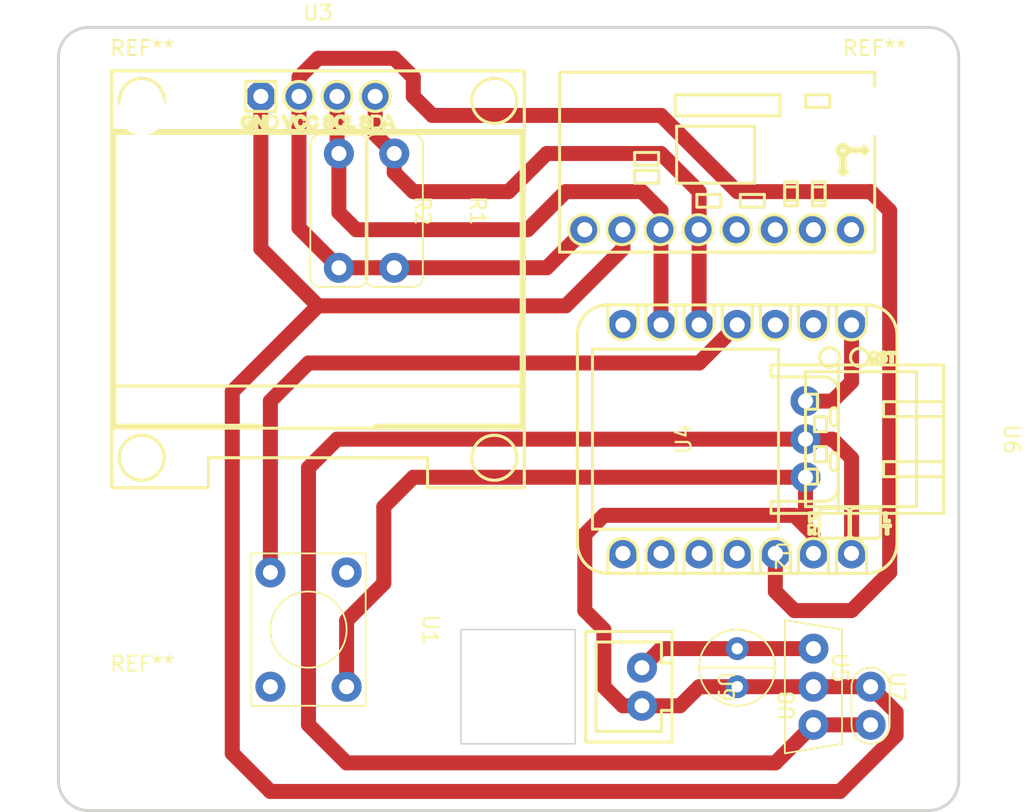
<source format=kicad_pcb>
(kicad_pcb (version 20211014) (generator pcbnew)
  (layers (0 "F.Cu" signal) (31 "B.Cu" signal) (34 "B.Paste" user) (35 "F.Paste" user) (36 "B.SilkS" user "B.Silkscreen") (37 "F.SilkS" user "F.Silkscreen") (38 "B.Mask" user) (39 "F.Mask" user) (44 "Edge.Cuts" user))
  (net 0 "")
  (net 1 "SDA")
  (net 2 "+5V")
  (net 3 "SCL")
  (net 5 "GND")
  (net 6 "D3")
  (net 12 "+3V3")
  (net 13 "DAC_OUT")
  (net 14 "+9V")
  (footprint "自分のフットプリント:BNO055V2" (layer "F.Cu") (at 51.734214 19.984214 180)
    (fp_text reference "U2" (at 2.04 -16.685 270 unlocked) (layer "F.SilkS"))
    (fp_text value "BNO055V2")
    (pad "1" thru_hole circle (at -2.54 5.08 180) (size 2 2) (drill 1) (layers *.Mask "F.Cu" "In1.Cu" "B.Cu"))
    (pad "2" thru_hole circle (at 0 5.08 180) (size 2 2) (drill 1) (layers *.Cu *.Mask))
    (pad "3" thru_hole circle (at 2.54 5.08 180) (size 2 2) (drill 1) (layers *.Cu *.Mask))
    (pad "4" thru_hole circle (at 5.08 5.08 180) (size 2 2) (drill 1) (layers *.Cu *.Mask))
    (pad "5" thru_hole circle (at 7.62 5.08 180) (size 2 2) (drill 1) (layers *.Cu *.Mask) (net 1 "SDA"))
    (pad "6" thru_hole circle (at 10.16 5.08 180) (size 2 2) (drill 1) (layers *.Cu *.Mask) (net 3 "SCL"))
    (pad "7" thru_hole circle (at 12.7 5.08 180) (size 2 2) (drill 1) (layers *.Cu *.Mask) (net 5 "GND"))
    (pad "8" thru_hole circle (at 15.24 5.08 180) (size 2 2) (drill 1) (layers *.Cu *.Mask) (net 12 "+3V3"))
  )
  (footprint "自分のフットプリント:電解コンデンサー" (layer "F.Cu") (at 53.004214 44.114214 -90)
    (fp_text reference "U5" (at 0 -0.5 -90 unlocked) (layer "F.SilkS"))
    (fp_text value "電解コンデンサー")
    (pad "1" thru_hole circle (at -1.27 6.35 270) (size 1.524 1.524) (drill 0.762) (layers *.Cu *.Mask) (net 14 "+9V"))
    (pad "2" thru_hole circle (at 1.27 6.35 270) (size 1.524 1.524) (drill 0.762) (layers *.Cu *.Mask) (net 5 "GND"))
  )
  (footprint "自分のフットプリント:L字コネクター3ピン" (layer "F.Cu") (at 43.584214 28.874214 90)
    (fp_text reference "U4" (at 0 -0.5 90 unlocked) (layer "F.SilkS"))
    (fp_text value "コネクター3ピン")
    (pad "1" thru_hole circle (at -2.54 7.62 270) (size 2 2) (drill 1) (layers *.Cu *.Mask) (net 5 "GND"))
    (pad "2" thru_hole circle (at 0 7.62 270) (size 2 2) (drill 1) (layers *.Cu *.Mask) (net 2 "+5V"))
    (pad "3" thru_hole circle (at 2.54 7.62 270) (size 2 2) (drill 1) (layers *.Cu *.Mask) (net 13 "DAC_OUT"))
  )
  (footprint "自分のフットプリント:タクトスイッチ" (layer "F.Cu") (at 25.699214 41.574214 -90)
    (fp_text reference "U1" (at 0 -0.5 -90 unlocked) (layer "F.SilkS"))
    (fp_text value "タクトスイッチ")
    (pad "1" thru_hole circle (at -3.81 5.08 270) (size 2 2) (drill 1) (layers *.Mask "F.Cu" "In1.Cu" "B.Cu"))
    (pad "2" thru_hole circle (at 3.81 5.08 270) (size 2 2) (drill 1) (layers *.Mask "F.Cu" "In1.Cu" "B.Cu") (net 5 "GND"))
    (pad "3" thru_hole circle (at -3.81 10.16 270) (size 2 2) (drill 1) (layers *.Mask "F.Cu" "In1.Cu" "B.Cu") (net 6 "D3"))
    (pad "4" thru_hole circle (at 3.81 10.16 270) (size 2 2) (drill 1) (layers *.Mask "F.Cu" "In1.Cu" "B.Cu"))
  )
  (footprint "自分のフットプリント:セラミックコンデンサー" (layer "F.Cu") (at 50.464214 46.654214 90)
    (fp_text reference "U8" (at 0 -0.5 90 unlocked) (layer "F.SilkS"))
    (fp_text value "セラミックコンデンサー")
    (pad "1" thru_hole circle (at -1.27 5.08 90) (size 2 2) (drill 1) (layers *.Cu *.Mask) (net 2 "+5V"))
    (pad "2" thru_hole circle (at 1.27 5.08 90) (size 2 2) (drill 1) (layers *.Cu *.Mask) (net 5 "GND"))
  )
  (footprint "自分のフットプリント:コネクター2ピン" (layer "F.Cu") (at 45.384214 45.384214 -90)
    (fp_text reference "U9" (at 0 -0.5 -90 unlocked) (layer "F.SilkS"))
    (fp_text value "コネクター2ピン")
    (pad "1" thru_hole circle (at -1.27 5.08 270) (size 2 2) (drill 1) (layers *.Mask "F.Cu" "In1.Cu" "B.Cu") (net 14 "+9V"))
    (pad "2" thru_hole circle (at 1.27 5.08 270) (size 2 2) (drill 1) (layers *.Mask "F.Cu" "In1.Cu" "B.Cu") (net 5 "GND"))
  )
  (footprint "自分のフットプリント:3端子レギュレーター" (layer "F.Cu") (at 56.814214 45.384214 -90)
    (fp_text reference "U7" (at 0 -0.5 -90 unlocked) (layer "F.SilkS"))
    (fp_text value "3端子レギュレタ")
    (pad "1" thru_hole circle (at -2.54 5.08 270) (size 2 2) (drill 1) (layers *.Cu *.Mask) (net 14 "+9V"))
    (pad "2" thru_hole circle (at 0 5.08 270) (size 2 2) (drill 1) (layers *.Cu *.Mask) (net 5 "GND"))
    (pad "3" thru_hole circle (at 2.54 5.08 270) (size 2 2) (drill 1) (layers *.Cu *.Mask) (net 2 "+5V"))
  )
  (footprint "MountingHole:MountingHole_3.2mm_M3" (layer "F.Cu") (at 7 48.053428)
    (fp_text reference "REF**" (at 0 -4.2) (layer "F.SilkS"))
    (fp_text value "MountingHole_3.2mm_M3")
    (pad "" np_thru_hole circle (at 0 0) (size 3.2 3.2) (drill 3.2) (layers F&B.Cu *.Mask))
  )
  (footprint "自分のフットプリント:抵抗" (layer "F.Cu") (at 28.874214 13.634214 -90)
    (fp_text reference "R1" (at 0 -0.5 -90 unlocked) (layer "F.SilkS"))
    (fp_text value "10K")
    (pad "1" thru_hole circle (at -3.81 5.08 270) (size 2 2) (drill 1) (layers *.Cu *.Mask) (net 1 "SDA"))
    (pad "2" thru_hole circle (at 3.81 5.08 270) (size 2 2) (drill 1) (layers *.Cu *.Mask) (net 12 "+3V3"))
  )
  (footprint "自分のフットプリント:SSD1306" (layer "F.Cu") (at 18.714214 0.934214)
    (fp_text reference "U3" (at 0 -0.5 unlocked) (layer "F.SilkS"))
    (fp_text value "SSD1306")
    (pad "1" thru_hole circle (at -3.81 5.08) (size 2 2) (drill 1) (layers *.Mask "F.Cu" "In1.Cu" "B.Cu") (net 5 "GND"))
    (pad "2" thru_hole circle (at -1.27 5.08) (size 2 2) (drill 1) (layers *.Cu *.Mask) (net 12 "+3V3"))
    (pad "3" thru_hole circle (at 1.27 5.08) (size 2 2) (drill 1) (layers *.Cu *.Mask) (net 3 "SCL"))
    (pad "4" thru_hole circle (at 3.81 5.08) (size 2 2) (drill 1) (layers *.Cu *.Mask) (net 1 "SDA"))
  )
  (footprint "MountingHole:MountingHole_3.2mm_M3" (layer "F.Cu") (at 7 7)
    (fp_text reference "REF**" (at 0 -4.2) (layer "F.SilkS"))
    (fp_text value "MountingHole_3.2mm_M3")
    (pad "" np_thru_hole circle (at 0 0) (size 3.2 3.2) (drill 3.2) (layers *.Cu *.Mask))
  )
  (footprint "自分のフットプリント:seeeduino-xiaoマイコン" (layer "F.Cu") (at 64.434214 28.874214 -90)
    (fp_text reference "U6" (at 0 -0.5 -90 unlocked) (layer "F.SilkS"))
    (fp_text value "seeeduino-xiaoマイコン")
    (pad "1" thru_hole circle (at 7.62 10.16 270) (size 2 2) (drill 1) (layers *.Cu *.Mask) (net 2 "+5V"))
    (pad "2" thru_hole circle (at 7.62 12.7 270) (size 2 2) (drill 1) (layers *.Cu *.Mask) (net 5 "GND"))
    (pad "3" thru_hole circle (at 7.62 15.24 270) (size 2 2) (drill 1) (layers *.Cu *.Mask) (net 12 "+3V3"))
    (pad "4" thru_hole circle (at -7.62 10.16 270) (size 2 2) (drill 1) (layers *.Cu *.Mask) (net 13 "DAC_OUT"))
    (pad "5" thru_hole circle (at -7.62 12.7 270) (size 2 2) (drill 1) (layers *.Cu *.Mask))
    (pad "6" thru_hole circle (at -7.62 15.24 270) (size 2 2) (drill 1) (layers *.Cu *.Mask))
    (pad "7" thru_hole circle (at -7.62 17.78 270) (size 2 2) (drill 1) (layers *.Cu *.Mask) (net 6 "D3"))
    (pad "8" thru_hole circle (at -7.62 20.32 270) (size 2 2) (drill 1) (layers *.Cu *.Mask) (net 1 "SDA"))
    (pad "9" thru_hole circle (at -7.62 22.86 270) (size 2 2) (drill 1) (layers *.Cu *.Mask) (net 3 "SCL"))
    (pad "10" thru_hole circle (at -7.62 25.4 270) (size 2 2) (drill 1) (layers *.Cu *.Mask))
    (pad "11" thru_hole circle (at 7.62 25.4 270) (size 2 2) (drill 1) (layers *.Cu *.Mask))
    (pad "12" thru_hole circle (at 7.62 22.86 270) (size 2 2) (drill 1) (layers *.Cu *.Mask))
    (pad "13" thru_hole circle (at 7.62 20.32 270) (size 2 2) (drill 1) (layers *.Cu *.Mask))
    (pad "14" thru_hole circle (at 7.62 17.78 270) (size 2 2) (drill 1) (layers *.Cu *.Mask))
  )
  (footprint "MountingHole:MountingHole_3.2mm_M3" (layer "F.Cu") (at 55.828428 7)
    (fp_text reference "REF**" (at 0 -4.2) (layer "F.SilkS"))
    (fp_text value "MountingHole_3.2mm_M3")
    (pad "" np_thru_hole circle (at 0 0) (size 3.2 3.2) (drill 3.2) (layers F&B.Cu *.Mask))
  )
  (footprint "自分のフットプリント:抵抗" (layer "F.Cu") (at 25.185005 13.634214 -90)
    (fp_text reference "R2" (at 0 -0.5 -90 unlocked) (layer "F.SilkS"))
    (fp_text value "10K")
    (pad "1" thru_hole circle (at -3.81 5.08 270) (size 2 2) (drill 1) (layers *.Cu *.Mask) (net 3 "SCL"))
    (pad "2" thru_hole circle (at 3.81 5.08 270) (size 2 2) (drill 1) (layers *.Cu *.Mask) (net 12 "+3V3"))
  )
  (gr_line (start 61.414214 51.639214) (end 61.414214 3.414214) (layer "Edge.Cuts") (width 0.2))
  (gr_line (start 1.414214 3.414214) (end 1.414214 51.639214) (layer "Edge.Cuts") (width 0.2))
  (gr_arc (start 1.414214 3.414214) (mid 2 2) (end 3.414214 1.414214) (layer "Edge.Cuts") (width 0.2))
  (gr_arc (start 59.414214 1.414214) (mid 60.828428 2) (end 61.414214 3.414214) (layer "Edge.Cuts") (width 0.2))
  (gr_line (start 3.414214 53.639214) (end 59.414214 53.639214) (layer "Edge.Cuts") (width 0.2))
  (gr_rect (start 35.859214 41.574214) (end 28.239214 49.194214) (layer "Edge.Cuts") (width 0.1) (fill none))
  (gr_line (start 59.414214 1.414214) (end 3.414214 1.414214) (layer "Edge.Cuts") (width 0.2))
  (gr_arc (start 61.414214 51.639214) (mid 60.828428 53.053428) (end 59.414214 53.639214) (layer "Edge.Cuts") (width 0.2))
  (gr_arc (start 3.414214 53.639214) (mid 2 53.053428) (end 1.414214 51.639214) (layer "Edge.Cuts") (width 0.2))
  (segment (start 25.064214 12.364214) (end 23.794214 11.094214) (width 1) (layer "F.Cu") (net 1))
  (segment (start 44.114214 14.904214) (end 44.114214 12.364214) (width 1) (layer "F.Cu") (net 1))
  (segment (start 31.414214 12.364214) (end 25.064214 12.364214) (width 1) (layer "F.Cu") (net 1))
  (segment (start 41.574214 9.824214) (end 33.954214 9.824214) (width 1) (layer "F.Cu") (net 1))
  (segment (start 44.114214 21.254214) (end 44.114214 14.904214) (width 1) (layer "F.Cu") (net 1))
  (segment (start 23.794214 11.094214) (end 23.794214 9.824214) (width 1) (layer "F.Cu") (net 1))
  (segment (start 44.114214 12.364214) (end 41.574214 9.824214) (width 1) (layer "F.Cu") (net 1))
  (segment (start 22.524214 6.014214) (end 22.524214 8.554214) (width 1) (layer "F.Cu") (net 1))
  (segment (start 33.954214 9.824214) (end 31.414214 12.364214) (width 1) (layer "F.Cu") (net 1))
  (segment (start 22.524214 8.554214) (end 23.794214 9.824214) (width 1) (layer "F.Cu") (net 1))
  (segment (start 51.204214 28.874214) (end 19.984214 28.874214) (width 1) (layer "F.Cu") (net 2))
  (segment (start 53.004214 28.874214) (end 54.274214 30.144214) (width 1) (layer "F.Cu") (net 2))
  (segment (start 19.984214 28.874214) (end 18.079214 30.779214) (width 1) (layer "F.Cu") (net 2))
  (segment (start 51.204214 28.874214) (end 53.004214 28.874214) (width 1) (layer "F.Cu") (net 2))
  (segment (start 54.274214 30.144214) (end 54.274214 36.494214) (width 1) (layer "F.Cu") (net 2))
  (segment (start 51.734214 47.924214) (end 55.544214 47.924214) (width 1) (layer "F.Cu") (net 2))
  (segment (start 49.194214 50.464214) (end 51.734214 47.924214) (width 1) (layer "F.Cu") (net 2))
  (segment (start 18.079214 47.924214) (end 20.619214 50.464214) (width 1) (layer "F.Cu") (net 2))
  (segment (start 20.619214 50.464214) (end 49.194214 50.464214) (width 1) (layer "F.Cu") (net 2))
  (segment (start 18.079214 30.779214) (end 18.079214 47.924214) (width 1) (layer "F.Cu") (net 2))
  (segment (start 41.574214 14.904214) (end 41.574214 21.254214) (width 1) (layer "F.Cu") (net 3))
  (segment (start 32.684214 14.904214) (end 35.224214 12.364214) (width 1) (layer "F.Cu") (net 3))
  (segment (start 19.984214 9.703423) (end 20.105005 9.824214) (width 1) (layer "F.Cu") (net 3))
  (segment (start 41.574214 13.634214) (end 41.574214 14.904214) (width 1) (layer "F.Cu") (net 3))
  (segment (start 21.254214 14.904214) (end 32.684214 14.904214) (width 1) (layer "F.Cu") (net 3))
  (segment (start 19.984214 6.014214) (end 19.984214 9.703423) (width 1) (layer "F.Cu") (net 3))
  (segment (start 40.304214 12.364214) (end 41.574214 13.634214) (width 1) (layer "F.Cu") (net 3))
  (segment (start 20.105005 9.824214) (end 20.105005 13.755005) (width 1) (layer "F.Cu") (net 3))
  (segment (start 35.224214 12.364214) (end 40.304214 12.364214) (width 1) (layer "F.Cu") (net 3))
  (segment (start 20.105005 13.755005) (end 21.254214 14.904214) (width 1) (layer "F.Cu") (net 3))
  (segment (start 51.204214 34.694214) (end 51.734214 35.224214) (width 1) (layer "F.Cu") (net 5))
  (segment (start 40.304214 46.654214) (end 39.034214 46.654214) (width 1) (layer "F.Cu") (net 5))
  (segment (start 15.539214 52.369214) (end 12.999214 49.829214) (width 1) (layer "F.Cu") (net 5))
  (segment (start 53.503378 52.369214) (end 15.539214 52.369214) (width 1) (layer "F.Cu") (net 5))
  (segment (start 50.464214 33.954214) (end 51.204214 34.694214) (width 1) (layer "F.Cu") (net 5))
  (segment (start 14.904214 6.014214) (end 14.904214 16.174214) (width 1) (layer "F.Cu") (net 5))
  (segment (start 12.999214 25.699214) (end 18.714214 19.984214) (width 1) (layer "F.Cu") (net 5))
  (segment (start 39.034214 46.654214) (end 37.764214 45.384214) (width 1) (layer "F.Cu") (net 5))
  (segment (start 12.999214 49.829214) (end 12.999214 25.699214) (width 1) (layer "F.Cu") (net 5))
  (segment (start 51.734214 35.224214) (end 51.734214 36.494214) (width 1) (layer "F.Cu") (net 5))
  (segment (start 20.619214 40.970464) (end 23.096714 38.492964) (width 1) (layer "F.Cu") (net 5))
  (segment (start 57.244214 47.084214) (end 57.244214 48.628378) (width 1) (layer "F.Cu") (net 5))
  (segment (start 18.714214 19.984214) (end 35.224214 19.984214) (width 1) (layer "F.Cu") (net 5))
  (segment (start 36.494214 40.304214) (end 36.494214 35.224214) (width 1) (layer "F.Cu") (net 5))
  (segment (start 42.844214 46.654214) (end 40.304214 46.654214) (width 1) (layer "F.Cu") (net 5))
  (segment (start 55.544214 45.384214) (end 57.244214 47.084214) (width 1) (layer "F.Cu") (net 5))
  (segment (start 36.494214 35.224214) (end 37.764214 33.954214) (width 1) (layer "F.Cu") (net 5))
  (segment (start 23.096714 38.492964) (end 23.096714 33.381714) (width 1) (layer "F.Cu") (net 5))
  (segment (start 37.764214 41.574214) (end 36.494214 40.304214) (width 1) (layer "F.Cu") (net 5))
  (segment (start 37.764214 45.384214) (end 37.764214 41.574214) (width 1) (layer "F.Cu") (net 5))
  (segment (start 55.544214 45.384214) (end 44.114214 45.384214) (width 1) (layer "F.Cu") (net 5))
  (segment (start 51.204214 31.414214) (end 51.204214 34.694214) (width 1) (layer "F.Cu") (net 5))
  (segment (start 14.904214 16.174214) (end 18.714214 19.984214) (width 1) (layer "F.Cu") (net 5))
  (segment (start 35.224214 19.984214) (end 39.034214 16.174214) (width 1) (layer "F.Cu") (net 5))
  (segment (start 25.064214 31.414214) (end 51.204214 31.414214) (width 1) (layer "F.Cu") (net 5))
  (segment (start 57.244214 48.628378) (end 53.503378 52.369214) (width 1) (layer "F.Cu") (net 5))
  (segment (start 39.034214 16.174214) (end 39.034214 14.904214) (width 1) (layer "F.Cu") (net 5))
  (segment (start 23.096714 33.381714) (end 25.064214 31.414214) (width 1) (layer "F.Cu") (net 5))
  (segment (start 37.764214 33.954214) (end 50.464214 33.954214) (width 1) (layer "F.Cu") (net 5))
  (segment (start 20.619214 45.384214) (end 20.619214 40.970464) (width 1) (layer "F.Cu") (net 5))
  (segment (start 44.114214 45.384214) (end 42.844214 46.654214) (width 1) (layer "F.Cu") (net 5))
  (segment (start 44.114214 23.794214) (end 46.654214 21.254214) (width 1) (layer "F.Cu") (net 6))
  (segment (start 18.079214 23.794214) (end 44.114214 23.794214) (width 1) (layer "F.Cu") (net 6))
  (segment (start 15.539214 37.764214) (end 15.539214 26.334214) (width 1) (layer "F.Cu") (net 6))
  (segment (start 15.539214 26.334214) (end 18.079214 23.794214) (width 1) (layer "F.Cu") (net 6))
  (segment (start 18.714214 3.474214) (end 17.444214 4.744214) (width 1) (layer "F.Cu") (net 12))
  (segment (start 50.464214 40.304214) (end 54.274214 40.304214) (width 1) (layer "F.Cu") (net 12))
  (segment (start 26.334214 7.284214) (end 25.064214 6.014214) (width 1) (layer "F.Cu") (net 12))
  (segment (start 20.105005 17.444214) (end 33.954214 17.444214) (width 1) (layer "F.Cu") (net 12))
  (segment (start 23.794214 3.474214) (end 18.714214 3.474214) (width 1) (layer "F.Cu") (net 12))
  (segment (start 49.194214 39.034214) (end 50.464214 40.304214) (width 1) (layer "F.Cu") (net 12))
  (segment (start 33.954214 17.444214) (end 36.494214 14.904214) (width 1) (layer "F.Cu") (net 12))
  (segment (start 17.444214 6.014214) (end 17.444214 14.783423) (width 1) (layer "F.Cu") (net 12))
  (segment (start 25.064214 6.014214) (end 25.064214 4.744214) (width 1) (layer "F.Cu") (net 12))
  (segment (start 46.654214 12.364214) (end 41.574214 7.284214) (width 1) (layer "F.Cu") (net 12))
  (segment (start 17.444214 14.783423) (end 20.105005 17.444214) (width 1) (layer "F.Cu") (net 12))
  (segment (start 56.814214 13.634214) (end 55.544214 12.364214) (width 1) (layer "F.Cu") (net 12))
  (segment (start 55.544214 12.364214) (end 46.654214 12.364214) (width 1) (layer "F.Cu") (net 12))
  (segment (start 25.064214 4.744214) (end 23.794214 3.474214) (width 1) (layer "F.Cu") (net 12))
  (segment (start 54.274214 40.304214) (end 56.814214 37.764214) (width 1) (layer "F.Cu") (net 12))
  (segment (start 17.444214 4.744214) (end 17.444214 6.014214) (width 1) (layer "F.Cu") (net 12))
  (segment (start 41.574214 7.284214) (end 26.334214 7.284214) (width 1) (layer "F.Cu") (net 12))
  (segment (start 49.194214 36.494214) (end 49.194214 39.034214) (width 1) (layer "F.Cu") (net 12))
  (segment (start 56.814214 37.764214) (end 56.814214 13.634214) (width 1) (layer "F.Cu") (net 12))
  (segment (start 54.274214 25.064214) (end 54.274214 21.254214) (width 1) (layer "F.Cu") (net 13))
  (segment (start 51.204214 26.334214) (end 53.004214 26.334214) (width 1) (layer "F.Cu") (net 13))
  (segment (start 53.004214 26.334214) (end 54.274214 25.064214) (width 1) (layer "F.Cu") (net 13))
  (segment (start 40.304214 44.114214) (end 41.574214 42.844214) (width 1) (layer "F.Cu") (net 14))
  (segment (start 41.574214 42.844214) (end 51.734214 42.844214) (width 1) (layer "F.Cu") (net 14))
)
</source>
